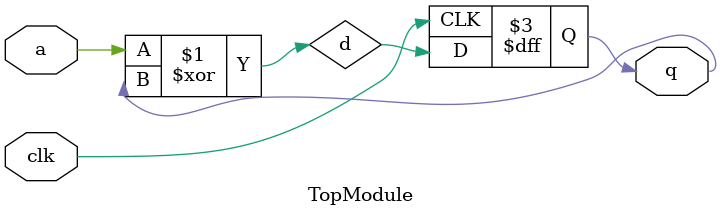
<source format=sv>

module TopModule (
    input clk,
    input a,
    output reg q
);

    wire d; // Inverted data for the D flip-flop

    // XOR gate to invert 'a' when it's 1
    assign d = a ^ q;

    always @(posedge clk) begin
        q <= d;
    end

endmodule

// VERILOG-EVAL: errant inclusion of module definition

</source>
